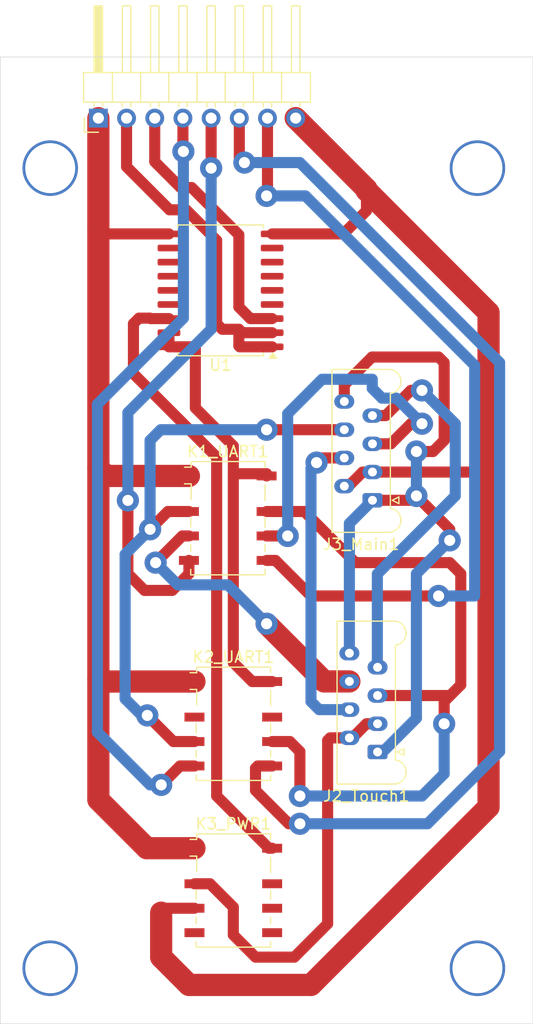
<source format=kicad_pcb>
(kicad_pcb (version 20240108) (generator "pcbnew") (generator_version "8.0")
  (layers (0 "F.Cu" signal) (31 "B.Cu" signal) (34 "B.Paste" user) (35 "F.Paste" user) (36 "B.SilkS" user "B.Silkscreen") (37 "F.SilkS" user "F.Silkscreen") (38 "B.Mask" user) (39 "F.Mask" user) (44 "Edge.Cuts" user))
  (net 0 "")
  (net 11 "Net-(U1-O1)")
  (net 12 "RELAIS_TX_RX")
  (net 13 "Net-(J2_Touch1-Pin_4)")
  (net 14 "Net-(J2_Touch1-Pin_7)")
  (net 19 "RELAIS_PWR_DISP")
  (net 20 "ttyAMA2_TX")
  (net 21 "VCC_RPi_5V")
  (net 22 "GND")
  (net 23 "ttyAMA2_RX")
  (net 24 "Net-(U1-O3)")
  (net 25 "GND_Touch")
  (net 27 "RX_Touch")
  (net 28 "VCC_Coffee_5V")
  (net 29 "TX_Touch")
  (net 31 "TX_Main")
  (net 32 "RX_Main")
  (net 33 "ttyAMA3_RX")
  (net 34 "ttyAMA3_TX")
  (footprint "Connector_Molex:Molex_Picoflex_90325-0008_2x04_P1.27mm_Vertical" (layer "F.Cu") (at 102.54 79.89 180)
    (property "Reference" "J3_Main1" (at 1.02 -3.96 0) (layer "F.SilkS"))
    (property "Value" "Conn_02x04_Top_Bottom")
    (fp_line (start 3.65 11.775) (end -1.48 11.775) (stroke (width 0.12)) (layer "F.SilkS"))
    (fp_line (start 3.65 -2.885) (end 3.65 11.775) (stroke (width 0.12)) (layer "F.SilkS"))
    (fp_line (start -1.48 -2.885) (end 3.65 -2.885) (stroke (width 0.12)) (layer "F.SilkS"))
    (fp_line (start -1.61 -0.715) (end -1.61 9.605) (stroke (width 0.12)) (layer "F.SilkS"))
    (fp_line (start -1.78 0) (end -2.38 -0.3) (stroke (width 0.12)) (layer "F.SilkS"))
    (fp_line (start -2.38 0.3) (end -1.78 0) (stroke (width 0.12)) (layer "F.SilkS"))
    (fp_line (start -2.38 -0.3) (end -2.38 0.3) (stroke (width 0.12)) (layer "F.SilkS"))
    (fp_arc (start -1.47 11.775) (mid -2.56 10.794526) (end -1.678256 9.62322) (stroke (width 0.12)) (layer "F.SilkS"))
    (fp_arc (start -1.61 -0.72) (mid -2.56 -1.93) (end -1.35 -2.88) (stroke (width 0.12)) (layer "F.SilkS"))
    (pad "" np_thru_hole circle (at -1.48 -1.8 180) (size 1.5 1.5) (drill 1.5) (layers "*.Cu" "*.Mask"))
    (pad "" np_thru_hole circle (at -1.48 10.69 180) (size 1.5 1.5) (drill 1.5) (layers "*.Cu" "*.Mask"))
    (pad "1" thru_hole roundrect (at 0 0 180) (size 1.8 1.3) (drill 0.8) (layers "*.Cu" "*.Mask") (roundrect_rratio 0.192308) (net 28 "VCC_Coffee_5V"))
    (pad "2" thru_hole oval (at 2.54 1.27 180) (size 1.8 1.3) (drill 0.8) (layers "*.Cu" "*.Mask") (net 22 "GND"))
    (pad "3" thru_hole oval (at 0 2.54 180) (size 1.8 1.3) (drill 0.8) (layers "*.Cu" "*.Mask") (net 22 "GND"))
    (pad "4" thru_hole oval (at 2.54 3.81 180) (size 1.8 1.3) (drill 0.8) (layers "*.Cu" "*.Mask") (net 13 "Net-(J2_Touch1-Pin_4)"))
    (pad "5" thru_hole oval (at 0 5.08 180) (size 1.8 1.3) (drill 0.8) (layers "*.Cu" "*.Mask") (net 31 "TX_Main"))
    (pad "6" thru_hole oval (at 2.54 6.35 180) (size 1.8 1.3) (drill 0.8) (layers "*.Cu" "*.Mask") (net 32 "RX_Main"))
    (pad "7" thru_hole oval (at 0 7.62 180) (size 1.8 1.3) (drill 0.8) (layers "*.Cu" "*.Mask") (net 14 "Net-(J2_Touch1-Pin_7)"))
    (pad "8" thru_hole oval (at 2.54 8.89 180) (size 1.8 1.3) (drill 0.8) (layers "*.Cu" "*.Mask") (net 28 "VCC_Coffee_5V"))
  )
  (footprint "Relay_SMD:Relay_DPDT_Omron_G6K-2F-Y" (layer "F.Cu") (at 90 115)
    (property "Reference" "K3_PWR1" (at 0 -6 0) (layer "F.SilkS"))
    (property "Value" "G6K-2")
    (fp_line (start -3.34 0.8) (end -3.34 0) (stroke (width 0.12)) (layer "F.SilkS"))
    (fp_line (start -3.34 3) (end -3.34 2.4) (stroke (width 0.12)) (layer "F.SilkS"))
    (fp_line (start -3.34 5.1) (end -3.34 4.6) (stroke (width 0.12)) (layer "F.SilkS"))
    (fp_line (start -3.3 -5.09) (end -3.3 -4.59) (stroke (width 0.12)) (layer "F.SilkS"))
    (fp_line (start -3.3 -5.09) (end 3.36 -5.1) (stroke (width 0.12)) (layer "F.SilkS"))
    (fp_line (start -3.3 -4.59) (end -3.9 -4.59) (stroke (width 0.12)) (layer "F.SilkS"))
    (fp_line (start -3.3 -3.09) (end -3.9 -3.09) (stroke (width 0.12)) (layer "F.SilkS"))
    (fp_line (start -3.3 -1.69) (end -3.3 -3.09) (stroke (width 0.12)) (layer "F.SilkS"))
    (fp_line (start 3.36 -5.1) (end 3.36 -4.6) (stroke (width 0.12)) (layer "F.SilkS"))
    (fp_line (start 3.36 -3) (end 3.36 -1.6) (stroke (width 0.12)) (layer "F.SilkS"))
    (fp_line (start 3.36 0) (end 3.36 0.8) (stroke (width 0.12)) (layer "F.SilkS"))
    (fp_line (start 3.36 2.4) (end 3.36 3) (stroke (width 0.12)) (layer "F.SilkS"))
    (fp_line (start 3.36 4.6) (end 3.36 5.1) (stroke (width 0.12)) (layer "F.SilkS"))
    (fp_line (start 3.36 5.1) (end -3.34 5.1) (stroke (width 0.12)) (layer "F.SilkS"))
    (pad "1" smd rect (at -3.5 -3.8) (size 1.8 0.8) (layers "F.Cu" "F.Paste" "F.Mask") (net 21 "VCC_RPi_5V"))
    (pad "2" smd rect (at -3.5 -0.6) (size 1.8 0.8) (layers "F.Cu" "F.Paste" "F.Mask") (net 25 "GND_Touch"))
    (pad "3" smd rect (at -3.5 1.6) (size 1.8 0.8) (layers "F.Cu" "F.Paste" "F.Mask") (net 22 "GND"))
    (pad "4" smd rect (at -3.5 3.8) (size 1.8 0.8) (layers "F.Cu" "F.Paste" "F.Mask"))
    (pad "5" smd rect (at 3.5 3.8) (size 1.8 0.8) (layers "F.Cu" "F.Paste" "F.Mask"))
    (pad "6" smd rect (at 3.5 1.6) (size 1.8 0.8) (layers "F.Cu" "F.Paste" "F.Mask"))
    (pad "7" smd rect (at 3.5 -0.6) (size 1.8 0.8) (layers "F.Cu" "F.Paste" "F.Mask"))
    (pad "8" smd rect (at 3.5 -3.8) (size 1.8 0.8) (layers "F.Cu" "F.Paste" "F.Mask") (net 24 "Net-(U1-O3)"))
  )
  (footprint "Package_SO:SOIC-18W_7.5x11.6mm_P1.27mm" (layer "F.Cu") (at 88.85 61 180)
    (property "Reference" "U1" (at 0 -6.72 0) (layer "F.SilkS"))
    (property "Value" "ULN2803A")
    (fp_line (start 3.86 5.885) (end 3.86 5.64) (stroke (width 0.12)) (layer "F.SilkS"))
    (fp_line (start 3.86 -5.885) (end 3.86 -5.64) (stroke (width 0.12)) (layer "F.SilkS"))
    (fp_line (start 0 5.885) (end 3.86 5.885) (stroke (width 0.12)) (layer "F.SilkS"))
    (fp_line (start 0 5.885) (end -3.86 5.885) (stroke (width 0.12)) (layer "F.SilkS"))
    (fp_line (start 0 -5.885) (end 3.86 -5.885) (stroke (width 0.12)) (layer "F.SilkS"))
    (fp_line (start 0 -5.885) (end -3.86 -5.885) (stroke (width 0.12)) (layer "F.SilkS"))
    (fp_line (start -3.86 5.885) (end -3.86 5.64) (stroke (width 0.12)) (layer "F.SilkS"))
    (fp_line (start -3.86 -5.885) (end -3.86 -5.64) (stroke (width 0.12)) (layer "F.SilkS"))
    (fp_poly (pts (xy -4.7125 -5.64) (xy -5.0525 -6.11) (xy -4.3725 -6.11) (xy -4.7125 -5.64)) (stroke (width 0.12)) (fill solid) (layer "F.SilkS"))
    (pad "1" smd roundrect (at -4.65 -5.08 180) (size 2.05 0.6) (layers "F.Cu" "F.Paste" "F.Mask") (net 12 "RELAIS_TX_RX"))
    (pad "2" smd roundrect (at -4.65 -3.81 180) (size 2.05 0.6) (layers "F.Cu" "F.Paste" "F.Mask") (net 12 "RELAIS_TX_RX"))
    (pad "3" smd roundrect (at -4.65 -2.54 180) (size 2.05 0.6) (layers "F.Cu" "F.Paste" "F.Mask") (net 19 "RELAIS_PWR_DISP"))
    (pad "4" smd roundrect (at -4.65 -1.27 180) (size 2.05 0.6) (layers "F.Cu" "F.Paste" "F.Mask"))
    (pad "5" smd roundrect (at -4.65 0 180) (size 2.05 0.6) (layers "F.Cu" "F.Paste" "F.Mask"))
    (pad "6" smd roundrect (at -4.65 1.27 180) (size 2.05 0.6) (layers "F.Cu" "F.Paste" "F.Mask"))
    (pad "7" smd roundrect (at -4.65 2.54 180) (size 2.05 0.6) (layers "F.Cu" "F.Paste" "F.Mask"))
    (pad "8" smd roundrect (at -4.65 3.81 180) (size 2.05 0.6) (layers "F.Cu" "F.Paste" "F.Mask"))
    (pad "9" smd roundrect (at -4.65 5.08 180) (size 2.05 0.6) (layers "F.Cu" "F.Paste" "F.Mask") (net 22 "GND"))
    (pad "10" smd roundrect (at 4.65 5.08 180) (size 2.05 0.6) (layers "F.Cu" "F.Paste" "F.Mask") (net 21 "VCC_RPi_5V"))
    (pad "11" smd roundrect (at 4.65 3.81 180) (size 2.05 0.6) (layers "F.Cu" "F.Paste" "F.Mask"))
    (pad "12" smd roundrect (at 4.65 2.54 180) (size 2.05 0.6) (layers "F.Cu" "F.Paste" "F.Mask"))
    (pad "13" smd roundrect (at 4.65 1.27 180) (size 2.05 0.6) (layers "F.Cu" "F.Paste" "F.Mask"))
    (pad "14" smd roundrect (at 4.65 0 180) (size 2.05 0.6) (layers "F.Cu" "F.Paste" "F.Mask"))
    (pad "15" smd roundrect (at 4.65 -1.27 180) (size 2.05 0.6) (layers "F.Cu" "F.Paste" "F.Mask"))
    (pad "16" smd roundrect (at 4.65 -2.54 180) (size 2.05 0.6) (layers "F.Cu" "F.Paste" "F.Mask") (net 24 "Net-(U1-O3)"))
    (pad "17" smd roundrect (at 4.65 -3.81 180) (size 2.05 0.6) (layers "F.Cu" "F.Paste" "F.Mask") (net 11 "Net-(U1-O1)"))
    (pad "18" smd roundrect (at 4.65 -5.08 180) (size 2.05 0.6) (layers "F.Cu" "F.Paste" "F.Mask") (net 11 "Net-(U1-O1)"))
  )
  (footprint "Connector_PinHeader_2.54mm:PinHeader_1x08_P2.54mm_Horizontal" (layer "F.Cu") (at 77.84 45.5 90)
    (property "Reference" "J1" (hide yes))
    (property "Value" "Conn_01x06_Pin")
    (fp_line (start 4.1 -1.33) (end 1.44 -1.33) (stroke (width 0.12)) (layer "F.SilkS"))
    (fp_line (start 1.44 -1.33) (end 1.44 19.11) (stroke (width 0.12)) (layer "F.SilkS"))
    (fp_line (start -1.27 -1.27) (end 0 -1.27) (stroke (width 0.12)) (layer "F.SilkS"))
    (fp_line (start 10.1 -0.38) (end 10.1 0.38) (stroke (width 0.12)) (layer "F.SilkS"))
    (fp_line (start 4.1 -0.38) (end 10.1 -0.38) (stroke (width 0.12)) (layer "F.SilkS"))
    (fp_line (start 1.11 -0.38) (end 1.44 -0.38) (stroke (width 0.12)) (layer "F.SilkS"))
    (fp_line (start 4.1 -0.32) (end 10.1 -0.32) (stroke (width 0.12)) (layer "F.SilkS"))
    (fp_line (start 4.1 -0.2) (end 10.1 -0.2) (stroke (width 0.12)) (layer "F.SilkS"))
    (fp_line (start 4.1 -0.08) (end 10.1 -0.08) (stroke (width 0.12)) (layer "F.SilkS"))
    (fp_line (start -1.27 0) (end -1.27 -1.27) (stroke (width 0.12)) (layer "F.SilkS"))
    (fp_line (start 4.1 0.04) (end 10.1 0.04) (stroke (width 0.12)) (layer "F.SilkS"))
    (fp_line (start 4.1 0.16) (end 10.1 0.16) (stroke (width 0.12)) (layer "F.SilkS"))
    (fp_line (start 4.1 0.28) (end 10.1 0.28) (stroke (width 0.12)) (layer "F.SilkS"))
    (fp_line (start 10.1 0.38) (end 4.1 0.38) (stroke (width 0.12)) (layer "F.SilkS"))
    (fp_line (start 1.11 0.38) (end 1.44 0.38) (stroke (width 0.12)) (layer "F.SilkS"))
    (fp_line (start 1.44 1.27) (end 4.1 1.27) (stroke (width 0.12)) (layer "F.SilkS"))
    (fp_line (start 10.1 2.16) (end 10.1 2.92) (stroke (width 0.12)) (layer "F.SilkS"))
    (fp_line (start 4.1 2.16) (end 10.1 2.16) (stroke (width 0.12)) (layer "F.SilkS"))
    (fp_line (start 1.042929 2.16) (end 1.44 2.16) (stroke (width 0.12)) (layer "F.SilkS"))
    (fp_line (start 10.1 2.92) (end 4.1 2.92) (stroke (width 0.12)) (layer "F.SilkS"))
    (fp_line (start 1.042929 2.92) (end 1.44 2.92) (stroke (width 0.12)) (layer "F.SilkS"))
    (fp_line (start 1.44 3.81) (end 4.1 3.81) (stroke (width 0.12)) (layer "F.SilkS"))
    (fp_line (start 10.1 4.7) (end 10.1 5.46) (stroke (width 0.12)) (layer "F.SilkS"))
    (fp_line (start 4.1 4.7) (end 10.1 4.7) (stroke (width 0.12)) (layer "F.SilkS"))
    (fp_line (start 1.042929 4.7) (end 1.44 4.7) (stroke (width 0.12)) (layer "F.SilkS"))
    (fp_line (start 10.1 5.46) (end 4.1 5.46) (stroke (width 0.12)) (layer "F.SilkS"))
    (fp_line (start 1.042929 5.46) (end 1.44 5.46) (stroke (width 0.12)) (layer "F.SilkS"))
    (fp_line (start 1.44 6.35) (end 4.1 6.35) (stroke (width 0.12)) (layer "F.SilkS"))
    (fp_line (start 10.1 7.24) (end 10.1 8) (stroke (width 0.12)) (layer "F.SilkS"))
    (fp_line (start 4.1 7.24) (end 10.1 7.24) (stroke (width 0.12)) (layer "F.SilkS"))
    (fp_line (start 1.042929 7.24) (end 1.44 7.24) (stroke (width 0.12)) (layer "F.SilkS"))
    (fp_line (start 10.1 8) (end 4.1 8) (stroke (width 0.12)) (layer "F.SilkS"))
    (fp_line (start 1.042929 8) (end 1.44 8) (stroke (width 0.12)) (layer "F.SilkS"))
    (fp_line (start 1.44 8.89) (end 4.1 8.89) (stroke (width 0.12)) (layer "F.SilkS"))
    (fp_line (start 10.1 9.78) (end 10.1 10.54) (stroke (width 0.12)) (layer "F.SilkS"))
    (fp_line (start 4.1 9.78) (end 10.1 9.78) (stroke (width 0.12)) (layer "F.SilkS"))
    (fp_line (start 1.042929 9.78) (end 1.44 9.78) (stroke (width 0.12)) (layer "F.SilkS"))
    (fp_line (start 10.1 10.54) (end 4.1 10.54) (stroke (width 0.12)) (layer "F.SilkS"))
    (fp_line (start 1.042929 10.54) (end 1.44 10.54) (stroke (width 0.12)) (layer "F.SilkS"))
    (fp_line (start 1.44 11.43) (end 4.1 11.43) (stroke (width 0.12)) (layer "F.SilkS"))
    (fp_line (start 10.1 12.32) (end 10.1 13.08) (stroke (width 0.12)) (layer "F.SilkS"))
    (fp_line (start 4.1 12.32) (end 10.1 12.32) (stroke (width 0.12)) (layer "F.SilkS"))
    (fp_line (start 1.042929 12.32) (end 1.44 12.32) (stroke (width 0.12)) (layer "F.SilkS"))
    (fp_line (start 10.1 13.08) (end 4.1 13.08) (stroke (width 0.12)) (layer "F.SilkS"))
    (fp_line (start 1.042929 13.08) (end 1.44 13.08) (stroke (width 0.12)) (layer "F.SilkS"))
    (fp_line (start 1.44 13.97) (end 4.1 13.97) (stroke (width 0.12)) (layer "F.SilkS"))
    (fp_line (start 10.1 14.86) (end 10.1 15.62) (stroke (width 0.12)) (layer "F.SilkS"))
    (fp_line (start 4.1 14.86) (end 10.1 14.86) (stroke (width 0.12)) (layer "F.SilkS"))
    (fp_line (start 1.042929 14.86) (end 1.44 14.86) (stroke (width 0.12)) (layer "F.SilkS"))
    (fp_line (start 10.1 15.62) (end 4.1 15.62) (stroke (width 0.12)) (layer "F.SilkS"))
    (fp_line (start 1.042929 15.62) (end 1.44 15.62) (stroke (width 0.12)) (layer "F.SilkS"))
    (fp_line (start 1.44 16.51) (end 4.1 16.51) (stroke (width 0.12)) (layer "F.SilkS"))
    (fp_line (start 10.1 17.4) (end 10.1 18.16) (stroke (width 0.12)) (layer "F.SilkS"))
    (fp_line (start 4.1 17.4) (end 10.1 17.4) (stroke (width 0.12)) (layer "F.SilkS"))
    (fp_line (start 1.042929 17.4) (end 1.44 17.4) (stroke (width 0.12)) (layer "F.SilkS"))
    (fp_line (start 10.1 18.16) (end 4.1 18.16) (stroke (width 0.12)) (layer "F.SilkS"))
    (fp_line (start 1.042929 18.16) (end 1.44 18.16) (stroke (width 0.12)) (layer "F.SilkS"))
    (fp_line (start 4.1 19.11) (end 4.1 -1.33) (stroke (width 0.12)) (layer "F.SilkS"))
    (fp_line (start 1.44 19.11) (end 4.1 19.11) (stroke (width 0.12)) (layer "F.SilkS"))
    (pad "1" thru_hole rect (at 0 0 90) (size 1.7 1.7) (drill 1) (layers "*.Cu" "*.Mask") (net 21 "VCC_RPi_5V"))
    (pad "2" thru_hole oval (at 0 2.54 90) (size 1.7 1.7) (drill 1) (layers "*.Cu" "*.Mask") (net 12 "RELAIS_TX_RX"))
    (pad "3" thru_hole oval (at 0 5.08 90) (size 1.7 1.7) (drill 1) (layers "*.Cu" "*.Mask") (net 19 "RELAIS_PWR_DISP"))
    (pad "4" thru_hole oval (at 0 7.62 90) (size 1.7 1.7) (drill 1) (layers "*.Cu" "*.Mask") (net 20 "ttyAMA2_TX"))
    (pad "5" thru_hole oval (at 0 10.16 90) (size 1.7 1.7) (drill 1) (layers "*.Cu" "*.Mask") (net 23 "ttyAMA2_RX"))
    (pad "6" thru_hole oval (at 0 12.7 90) (size 1.7 1.7) (drill 1) (layers "*.Cu" "*.Mask") (net 34 "ttyAMA3_TX"))
    (pad "7" thru_hole oval (at 0 15.24 90) (size 1.7 1.7) (drill 1) (layers "*.Cu" "*.Mask") (net 33 "ttyAMA3_RX"))
    (pad "8" thru_hole oval (at 0 17.78 90) (size 1.7 1.7) (drill 1) (layers "*.Cu" "*.Mask") (net 22 "GND"))
  )
  (footprint "Relay_SMD:Relay_DPDT_Omron_G6K-2F-Y" (layer "F.Cu") (at 90 100)
    (property "Reference" "K2_UART1" (at 0 -6 0) (layer "F.SilkS"))
    (property "Value" "G6K-2")
    (fp_line (start -3.34 0.8) (end -3.34 0) (stroke (width 0.12)) (layer "F.SilkS"))
    (fp_line (start -3.34 3) (end -3.34 2.4) (stroke (width 0.12)) (layer "F.SilkS"))
    (fp_line (start -3.34 5.1) (end -3.34 4.6) (stroke (width 0.12)) (layer "F.SilkS"))
    (fp_line (start -3.3 -5.09) (end -3.3 -4.59) (stroke (width 0.12)) (layer "F.SilkS"))
    (fp_line (start -3.3 -5.09) (end 3.36 -5.1) (stroke (width 0.12)) (layer "F.SilkS"))
    (fp_line (start -3.3 -4.59) (end -3.9 -4.59) (stroke (width 0.12)) (layer "F.SilkS"))
    (fp_line (start -3.3 -3.09) (end -3.9 -3.09) (stroke (width 0.12)) (layer "F.SilkS"))
    (fp_line (start -3.3 -1.69) (end -3.3 -3.09) (stroke (width 0.12)) (layer "F.SilkS"))
    (fp_line (start 3.36 -5.1) (end 3.36 -4.6) (stroke (width 0.12)) (layer "F.SilkS"))
    (fp_line (start 3.36 -3) (end 3.36 -1.6) (stroke (width 0.12)) (layer "F.SilkS"))
    (fp_line (start 3.36 0) (end 3.36 0.8) (stroke (width 0.12)) (layer "F.SilkS"))
    (fp_line (start 3.36 2.4) (end 3.36 3) (stroke (width 0.12)) (layer "F.SilkS"))
    (fp_line (start 3.36 4.6) (end 3.36 5.1) (stroke (width 0.12)) (layer "F.SilkS"))
    (fp_line (start 3.36 5.1) (end -3.34 5.1) (stroke (width 0.12)) (layer "F.SilkS"))
    (pad "1" smd rect (at -3.5 -3.8) (size 1.8 0.8) (layers "F.Cu" "F.Paste" "F.Mask") (net 21 "VCC_RPi_5V"))
    (pad "2" smd rect (at -3.5 -0.6) (size 1.8 0.8) (layers "F.Cu" "F.Paste" "F.Mask"))
    (pad "3" smd rect (at -3.5 1.6) (size 1.8 0.8) (layers "F.Cu" "F.Paste" "F.Mask") (net 32 "RX_Main"))
    (pad "4" smd rect (at -3.5 3.8) (size 1.8 0.8) (layers "F.Cu" "F.Paste" "F.Mask") (net 20 "ttyAMA2_TX"))
    (pad "5" smd rect (at 3.5 3.8) (size 1.8 0.8) (layers "F.Cu" "F.Paste" "F.Mask") (net 34 "ttyAMA3_TX"))
    (pad "6" smd rect (at 3.5 1.6) (size 1.8 0.8) (layers "F.Cu" "F.Paste" "F.Mask") (net 27 "RX_Touch"))
    (pad "7" smd rect (at 3.5 -0.6) (size 1.8 0.8) (layers "F.Cu" "F.Paste" "F.Mask"))
    (pad "8" smd rect (at 3.5 -3.8) (size 1.8 0.8) (layers "F.Cu" "F.Paste" "F.Mask") (net 11 "Net-(U1-O1)"))
  )
  (footprint "Relay_SMD:Relay_DPDT_Omron_G6K-2F-Y" (layer "F.Cu") (at 89.5 81.5)
    (property "Reference" "K1_UART1" (at 0 -6 0) (layer "F.SilkS"))
    (property "Value" "G6K-2")
    (fp_line (start -3.34 0.8) (end -3.34 0) (stroke (width 0.12)) (layer "F.SilkS"))
    (fp_line (start -3.34 3) (end -3.34 2.4) (stroke (width 0.12)) (layer "F.SilkS"))
    (fp_line (start -3.34 5.1) (end -3.34 4.6) (stroke (width 0.12)) (layer "F.SilkS"))
    (fp_line (start -3.3 -5.09) (end -3.3 -4.59) (stroke (width 0.12)) (layer "F.SilkS"))
    (fp_line (start -3.3 -5.09) (end 3.36 -5.1) (stroke (width 0.12)) (layer "F.SilkS"))
    (fp_line (start -3.3 -4.59) (end -3.9 -4.59) (stroke (width 0.12)) (layer "F.SilkS"))
    (fp_line (start -3.3 -3.09) (end -3.9 -3.09) (stroke (width 0.12)) (layer "F.SilkS"))
    (fp_line (start -3.3 -1.69) (end -3.3 -3.09) (stroke (width 0.12)) (layer "F.SilkS"))
    (fp_line (start 3.36 -5.1) (end 3.36 -4.6) (stroke (width 0.12)) (layer "F.SilkS"))
    (fp_line (start 3.36 -3) (end 3.36 -1.6) (stroke (width 0.12)) (layer "F.SilkS"))
    (fp_line (start 3.36 0) (end 3.36 0.8) (stroke (width 0.12)) (layer "F.SilkS"))
    (fp_line (start 3.36 2.4) (end 3.36 3) (stroke (width 0.12)) (layer "F.SilkS"))
    (fp_line (start 3.36 4.6) (end 3.36 5.1) (stroke (width 0.12)) (layer "F.SilkS"))
    (fp_line (start 3.36 5.1) (end -3.34 5.1) (stroke (width 0.12)) (layer "F.SilkS"))
    (pad "1" smd rect (at -3.5 -3.8) (size 1.8 0.8) (layers "F.Cu" "F.Paste" "F.Mask") (net 21 "VCC_RPi_5V"))
    (pad "2" smd rect (at -3.5 -0.6) (size 1.8 0.8) (layers "F.Cu" "F.Paste" "F.Mask") (net 32 "RX_Main"))
    (pad "3" smd rect (at -3.5 1.6) (size 1.8 0.8) (layers "F.Cu" "F.Paste" "F.Mask") (net 29 "TX_Touch"))
    (pad "4" smd rect (at -3.5 3.8) (size 1.8 0.8) (layers "F.Cu" "F.Paste" "F.Mask") (net 23 "ttyAMA2_RX"))
    (pad "5" smd rect (at 3.5 3.8) (size 1.8 0.8) (layers "F.Cu" "F.Paste" "F.Mask") (net 33 "ttyAMA3_RX"))
    (pad "6" smd rect (at 3.5 1.6) (size 1.8 0.8) (layers "F.Cu" "F.Paste" "F.Mask") (net 31 "TX_Main"))
    (pad "7" smd rect (at 3.5 -0.6) (size 1.8 0.8) (layers "F.Cu" "F.Paste" "F.Mask") (net 27 "RX_Touch"))
    (pad "8" smd rect (at 3.5 -3.8) (size 1.8 0.8) (layers "F.Cu" "F.Paste" "F.Mask") (net 11 "Net-(U1-O1)"))
  )
  (footprint "Connector_Molex:Molex_Picoflex_90325-0008_2x04_P1.27mm_Vertical" (layer "F.Cu") (at 103 102.54 180)
    (property "Reference" "J2_Touch1" (at 1.02 -3.96 0) (layer "F.SilkS"))
    (property "Value" "Conn_02x04_Top_Bottom")
    (fp_line (start 3.65 11.775) (end -1.48 11.775) (stroke (width 0.12)) (layer "F.SilkS"))
    (fp_line (start 3.65 -2.885) (end 3.65 11.775) (stroke (width 0.12)) (layer "F.SilkS"))
    (fp_line (start -1.48 -2.885) (end 3.65 -2.885) (stroke (width 0.12)) (layer "F.SilkS"))
    (fp_line (start -1.61 -0.715) (end -1.61 9.605) (stroke (width 0.12)) (layer "F.SilkS"))
    (fp_line (start -1.78 0) (end -2.38 -0.3) (stroke (width 0.12)) (layer "F.SilkS"))
    (fp_line (start -2.38 0.3) (end -1.78 0) (stroke (width 0.12)) (layer "F.SilkS"))
    (fp_line (start -2.38 -0.3) (end -2.38 0.3) (stroke (width 0.12)) (layer "F.SilkS"))
    (fp_arc (start -1.47 11.775) (mid -2.56 10.794526) (end -1.678256 9.62322) (stroke (width 0.12)) (layer "F.SilkS"))
    (fp_arc (start -1.61 -0.72) (mid -2.56 -1.93) (end -1.35 -2.88) (stroke (width 0.12)) (layer "F.SilkS"))
    (pad "" np_thru_hole circle (at -1.48 -1.8 180) (size 1.5 1.5) (drill 1.5) (layers "*.Cu" "*.Mask"))
    (pad "" np_thru_hole circle (at -1.48 10.69 180) (size 1.5 1.5) (drill 1.5) (layers "*.Cu" "*.Mask"))
    (pad "1" thru_hole roundrect (at 0 0 180) (size 1.8 1.3) (drill 0.8) (layers "*.Cu" "*.Mask") (roundrect_rratio 0.192308) (net 28 "VCC_Coffee_5V"))
    (pad "2" thru_hole oval (at 2.54 1.27 180) (size 1.8 1.3) (drill 0.8) (layers "*.Cu" "*.Mask") (net 25 "GND_Touch"))
    (pad "3" thru_hole oval (at 0 2.54 180) (size 1.8 1.3) (drill 0.8) (layers "*.Cu" "*.Mask") (net 25 "GND_Touch"))
    (pad "4" thru_hole oval (at 2.54 3.81 180) (size 1.8 1.3) (drill 0.8) (layers "*.Cu" "*.Mask") (net 13 "Net-(J2_Touch1-Pin_4)"))
    (pad "5" thru_hole oval (at 0 5.08 180) (size 1.8 1.3) (drill 0.8) (layers "*.Cu" "*.Mask") (net 27 "RX_Touch"))
    (pad "6" thru_hole oval (at 2.54 6.35 180) (size 1.8 1.3) (drill 0.8) (layers "*.Cu" "*.Mask") (net 29 "TX_Touch"))
    (pad "7" thru_hole oval (at 0 7.62 180) (size 1.8 1.3) (drill 0.8) (layers "*.Cu" "*.Mask") (net 14 "Net-(J2_Touch1-Pin_7)"))
    (pad "8" thru_hole oval (at 2.54 8.89 180) (size 1.8 1.3) (drill 0.8) (layers "*.Cu" "*.Mask") (net 28 "VCC_Coffee_5V"))
  )
  (gr_rect (start 69 40) (end 117 127) (stroke (width 0.05)) (fill none) (layer "Edge.Cuts"))
  (via (at 73.5 50) (size 5) (drill 4.5) (layers "F.Cu" "B.Cu") (net 0))
  (via (at 112 50) (size 5) (drill 4.5) (layers "F.Cu" "B.Cu") (net 0))
  (via (at 73.5 122) (size 5) (drill 4.5) (layers "F.Cu" "B.Cu") (net 0))
  (via (at 112 122) (size 5) (drill 4.5) (layers "F.Cu" "B.Cu") (net 0))
  (segment (start 90 94.5) (end 91.7 96.2) (width 1) (layer "F.Cu") (net 11))
  (segment (start 84.2 64.81) (end 84.2 66.08) (width 1) (layer "F.Cu") (net 11))
  (segment (start 86.58 71.58) (end 90 75) (width 1) (layer "F.Cu") (net 11))
  (segment (start 93 77.5) (end 90 77.5) (width 1) (layer "F.Cu") (net 11))
  (segment (start 93 77.7) (end 93 77.5) (width 1) (layer "F.Cu") (net 11))
  (segment (start 91.7 96.2) (end 93.5 96.2) (width 1) (layer "F.Cu") (net 11))
  (segment (start 90 77.5) (end 90 94.5) (width 1) (layer "F.Cu") (net 11))
  (segment (start 84.2 66.08) (end 86.58 66.08) (width 1) (layer "F.Cu") (net 11))
  (segment (start 86.58 66.08) (end 86.58 71.58) (width 1) (layer "F.Cu") (net 11))
  (segment (start 90 75) (end 90 77.5) (width 1) (layer "F.Cu") (net 11))
  (segment (start 88.5 56.5) (end 88.5 64) (width 1) (layer "F.Cu") (net 12))
  (segment (start 85.75 53.75) (end 88.5 56.5) (width 1) (layer "F.Cu") (net 12))
  (segment (start 90.58 66.08) (end 90.5 66) (width 1) (layer "F.Cu") (net 12))
  (segment (start 84.25 53.75) (end 85.75 53.75) (width 1) (layer "F.Cu") (net 12))
  (segment (start 80.38 45.5) (end 80.38 49.88) (width 1) (layer "F.Cu") (net 12))
  (segment (start 80.38 49.88) (end 84.25 53.75) (width 1) (layer "F.Cu") (net 12))
  (segment (start 90.81 64.81) (end 90.5 64.5) (width 1) (layer "F.Cu") (net 12))
  (segment (start 89 64.5) (end 90.5 64.5) (width 1) (layer "F.Cu") (net 12))
  (segment (start 93.5 66.08) (end 90.58 66.08) (width 1) (layer "F.Cu") (net 12))
  (segment (start 93.5 64.81) (end 90.81 64.81) (width 1) (layer "F.Cu") (net 12))
  (segment (start 88.5 64) (end 89 64.5) (width 1) (layer "F.Cu") (net 12))
  (segment (start 90.5 66) (end 90.5 64.5) (width 1) (layer "F.Cu") (net 12))
  (segment (start 97.92 76.08) (end 97.5 76.5) (width 1) (layer "F.Cu") (net 13))
  (segment (start 100 76.08) (end 97.92 76.08) (width 1) (layer "F.Cu") (net 13))
  (via (at 97.5 76.5) (size 2) (drill 1) (layers "F.Cu" "B.Cu") (net 13))
  (segment (start 97.73 98.73) (end 97 98) (width 1) (layer "B.Cu") (net 13))
  (segment (start 97 98) (end 97 77) (width 1) (layer "B.Cu") (net 13))
  (segment (start 97 77) (end 97.5 76.5) (width 1) (layer "B.Cu") (net 13))
  (segment (start 100.46 98.73) (end 97.73 98.73) (width 1) (layer "B.Cu") (net 13))
  (segment (start 103.73 72.27) (end 106 70) (width 1) (layer "F.Cu") (net 14))
  (segment (start 106 70) (end 107 70) (width 1) (layer "F.Cu") (net 14))
  (segment (start 102.54 72.27) (end 103.73 72.27) (width 1) (layer "F.Cu") (net 14))
  (via (at 107 70) (size 2) (drill 1) (layers "F.Cu" "B.Cu") (net 14))
  (segment (start 110 79.5) (end 110 73) (width 1) (layer "B.Cu") (net 14))
  (segment (start 110 73) (end 107 70) (width 1) (layer "B.Cu") (net 14))
  (segment (start 103 94.92) (end 102.98 94.9) (width 1) (layer "B.Cu") (net 14))
  (segment (start 102.98 94.9) (end 102.98 86.52) (width 1) (layer "B.Cu") (net 14))
  (segment (start 102.98 86.52) (end 110 79.5) (width 1) (layer "B.Cu") (net 14))
  (segment (start 82.92 45.5) (end 82.92 49.42) (width 1) (layer "F.Cu") (net 19))
  (segment (start 90.5 56) (end 90.5 62.5) (width 1) (layer "F.Cu") (net 19))
  (segment (start 82.92 49.42) (end 85.25 51.75) (width 1) (layer "F.Cu") (net 19))
  (segment (start 90.5 62.5) (end 91.54 63.54) (width 1) (layer "F.Cu") (net 19))
  (segment (start 86.25 51.75) (end 90.5 56) (width 1) (layer "F.Cu") (net 19))
  (segment (start 85.25 51.75) (end 86.25 51.75) (width 1) (layer "F.Cu") (net 19))
  (segment (start 91.54 63.54) (end 93.5 63.54) (width 1) (layer "F.Cu") (net 19))
  (segment (start 85.46 48.46) (end 85.5 48.5) (width 1) (layer "F.Cu") (net 20))
  (segment (start 86.5 103.8) (end 85.2 103.8) (width 1) (layer "F.Cu") (net 20))
  (segment (start 85.46 45.5) (end 85.46 48.46) (width 1) (layer "F.Cu") (net 20))
  (segment (start 85.2 103.8) (end 83.5 105.5) (width 1) (layer "F.Cu") (net 20))
  (via (at 83.5 105.5) (size 2) (drill 1) (layers "F.Cu" "B.Cu") (net 20))
  (via (at 85.5 48.5) (size 2) (drill 1) (layers "F.Cu" "B.Cu") (net 20))
  (segment (start 77.75 71.25) (end 85.5 63.5) (width 1) (layer "B.Cu") (net 20))
  (segment (start 77.75 100.75) (end 77.75 71.25) (width 1) (layer "B.Cu") (net 20))
  (segment (start 85.5 63.5) (end 85.5 48.5) (width 1) (layer "B.Cu") (net 20))
  (segment (start 83.5 105.5) (end 82.5 105.5) (width 1) (layer "B.Cu") (net 20))
  (segment (start 82.5 105.5) (end 77.75 100.75) (width 1) (layer "B.Cu") (net 20))
  (segment (start 77.84 106.84) (end 77.84 96) (width 2) (layer "F.Cu") (net 21))
  (segment (start 78.04 96.2) (end 77.84 96) (width 2) (layer "F.Cu") (net 21))
  (segment (start 86.5 111.2) (end 82.2 111.2) (width 2) (layer "F.Cu") (net 21))
  (segment (start 84.2 55.92) (end 78.26 55.92) (width 1) (layer "F.Cu") (net 21))
  (segment (start 77.84 96) (end 77.84 77) (width 2) (layer "F.Cu") (net 21))
  (segment (start 77.84 55.5) (end 77.84 45.5) (width 2) (layer "F.Cu") (net 21))
  (segment (start 78.26 55.92) (end 77.84 55.5) (width 1) (layer "F.Cu") (net 21))
  (segment (start 82.2 111.2) (end 77.84 106.84) (width 2) (layer "F.Cu") (net 21))
  (segment (start 77.84 77) (end 77.84 55.5) (width 2) (layer "F.Cu") (net 21))
  (segment (start 86 77.7) (end 78.54 77.7) (width 2) (layer "F.Cu") (net 21))
  (segment (start 78.54 77.7) (end 77.84 77) (width 2) (layer "F.Cu") (net 21))
  (segment (start 86.5 96.2) (end 78.04 96.2) (width 2) (layer "F.Cu") (net 21))
  (segment (start 102 51.88) (end 102 52) (width 2) (layer "F.Cu") (net 22))
  (segment (start 113 63) (end 113 77) (width 2) (layer "F.Cu") (net 22))
  (segment (start 102 51.88) (end 95.62 45.5) (width 2) (layer "F.Cu") (net 22))
  (segment (start 83.9 116.6) (end 83.5 117) (width 1) (layer "F.Cu") (net 22))
  (segment (start 112.65 77.35) (end 113 77) (width 1) (layer "F.Cu") (net 22))
  (segment (start 99.92 55.92) (end 93.5 55.92) (width 1) (layer "F.Cu") (net 22))
  (segment (start 83.5 121) (end 83.5 117) (width 2) (layer "F.Cu") (net 22))
  (segment (start 86 123.5) (end 83.5 121) (width 2) (layer "F.Cu") (net 22))
  (segment (start 100.38 78.62) (end 101.65 77.35) (width 1) (layer "F.Cu") (net 22))
  (segment (start 102.54 77.35) (end 112.65 77.35) (width 1) (layer "F.Cu") (net 22))
  (segment (start 101.65 77.35) (end 102.54 77.35) (width 1) (layer "F.Cu") (net 22))
  (segment (start 99.92 55.92) (end 102 53.84) (width 1) (layer "F.Cu") (net 22))
  (segment (start 102 53.84) (end 102 51.88) (width 1) (layer "F.Cu") (net 22))
  (segment (start 100 78.62) (end 100.38 78.62) (width 1) (layer "F.Cu") (net 22))
  (segment (start 102 52) (end 113 63) (width 2) (layer "F.Cu") (net 22))
  (segment (start 113 77) (end 113 107.5) (width 2) (layer "F.Cu") (net 22))
  (segment (start 86.5 116.6) (end 83.9 116.6) (width 1) (layer "F.Cu") (net 22))
  (segment (start 97 123.5) (end 86 123.5) (width 2) (layer "F.Cu") (net 22))
  (segment (start 113 107.5) (end 97 123.5) (width 2) (layer "F.Cu") (net 22))
  (segment (start 86 85.3) (end 86 86.5) (width 1) (layer "F.Cu") (net 23))
  (segment (start 88 45.5) (end 88 50) (width 1) (layer "F.Cu") (net 23))
  (segment (start 82 88) (end 80.5 86.5) (width 1) (layer "F.Cu") (net 23))
  (segment (start 86 86.5) (end 84.5 88) (width 1) (layer "F.Cu") (net 23))
  (segment (start 80.5 86.5) (end 80.5 79.9) (width 1) (layer "F.Cu") (net 23))
  (segment (start 84.5 88) (end 82 88) (width 1) (layer "F.Cu") (net 23))
  (via (at 88 50) (size 2) (drill 1) (layers "F.Cu" "B.Cu") (net 23))
  (via (at 80.5 79.9) (size 2) (drill 1) (layers "F.Cu" "B.Cu") (net 23))
  (segment (start 80.5 79.9) (end 80.5 72) (width 1) (layer "B.Cu") (net 23))
  (segment (start 88 64.5) (end 88 50) (width 1) (layer "B.Cu") (net 23))
  (segment (start 80.5 72) (end 88 64.5) (width 1) (layer "B.Cu") (net 23))
  (segment (start 82.54 63.54) (end 84.2 63.54) (width 1) (layer "F.Cu") (net 24))
  (segment (start 93.2 111.2) (end 88.5 106.5) (width 1) (layer "F.Cu") (net 24))
  (segment (start 93.5 111.2) (end 93.2 111.2) (width 1) (layer "F.Cu") (net 24))
  (segment (start 82.5 63.5) (end 82.54 63.54) (width 1) (layer "F.Cu") (net 24))
  (segment (start 81 68.5) (end 81 64) (width 1) (layer "F.Cu") (net 24))
  (segment (start 81 64) (end 81.5 63.5) (width 1) (layer "F.Cu") (net 24))
  (segment (start 88.5 106.5) (end 88.5 76) (width 1) (layer "F.Cu") (net 24))
  (segment (start 88.5 76) (end 81 68.5) (width 1) (layer "F.Cu") (net 24))
  (segment (start 81.5 63.5) (end 82.5 63.5) (width 1) (layer "F.Cu") (net 24))
  (segment (start 90 119) (end 92 121) (width 1) (layer "F.Cu") (net 25))
  (segment (start 87.9 114.4) (end 90 116.5) (width 1) (layer "F.Cu") (net 25))
  (segment (start 98.5 101.5) (end 98.73 101.27) (width 1) (layer "F.Cu") (net 25))
  (segment (start 92 121) (end 95.5 121) (width 1) (layer "F.Cu") (net 25))
  (segment (start 100.73 101.27) (end 102 100) (width 1) (layer "F.Cu") (net 25))
  (segment (start 98.73 101.27) (end 100.73 101.27) (width 1) (layer "F.Cu") (net 25))
  (segment (start 102 100) (end 103 100) (width 1) (layer "F.Cu") (net 25))
  (segment (start 95.5 121) (end 98.5 118) (width 1) (layer "F.Cu") (net 25))
  (segment (start 86.5 114.4) (end 87.9 114.4) (width 1) (layer "F.Cu") (net 25))
  (segment (start 98.5 118) (end 98.5 101.5) (width 1) (layer "F.Cu") (net 25))
  (segment (start 90 116.5) (end 90 119) (width 1) (layer "F.Cu") (net 25))
  (segment (start 98.73 101.27) (end 100.46 101.27) (width 1) (layer "F.Cu") (net 25))
  (segment (start 96 102.5) (end 96 106.5) (width 1) (layer "F.Cu") (net 27))
  (segment (start 93 80.9) (end 96.4 80.9) (width 1) (layer "F.Cu") (net 27))
  (segment (start 95.1 101.6) (end 96 102.5) (width 1) (layer "F.Cu") (net 27))
  (segment (start 110.5 86.5) (end 110.5 96.5) (width 1) (layer "F.Cu") (net 27))
  (segment (start 109 100) (end 109 98) (width 1) (layer "F.Cu") (net 27))
  (segment (start 109.5 85.5) (end 110.5 86.5) (width 1) (layer "F.Cu") (net 27))
  (segment (start 96.4 80.9) (end 101 85.5) (width 1) (layer "F.Cu") (net 27))
  (segment (start 93.5 101.6) (end 95.1 101.6) (width 1) (layer "F.Cu") (net 27))
  (segment (start 109 98) (end 109.54 97.46) (width 1) (layer "F.Cu") (net 27))
  (segment (start 109.54 97.46) (end 103 97.46) (width 1) (layer "F.Cu") (net 27))
  (segment (start 110.5 96.5) (end 109.54 97.46) (width 1) (layer "F.Cu") (net 27))
  (segment (start 101 85.5) (end 109.5 85.5) (width 1) (layer "F.Cu") (net 27))
  (via (at 96 106.5) (size 2) (drill 1) (layers "F.Cu" "B.Cu") (net 27))
  (via (at 109 100) (size 2) (drill 1) (layers "F.Cu" "B.Cu") (net 27))
  (segment (start 107 106.5) (end 109 104.5) (width 1) (layer "B.Cu") (net 27))
  (segment (start 96 106.5) (end 107 106.5) (width 1) (layer "B.Cu") (net 27))
  (segment (start 109 104.5) (end 109 100) (width 1) (layer "B.Cu") (net 27))
  (segment (start 100 71) (end 100 69.5) (width 1) (layer "F.Cu") (net 28))
  (segment (start 108 75.5) (end 106.5 75.5) (width 1) (layer "F.Cu") (net 28))
  (segment (start 108.5 67) (end 109 67.5) (width 1) (layer "F.Cu") (net 28))
  (segment (start 102.5 67) (end 108.5 67) (width 1) (layer "F.Cu") (net 28))
  (segment (start 100 69.5) (end 102.5 67) (width 1) (layer "F.Cu") (net 28))
  (segment (start 109.5 83.5) (end 109.5 82.5) (width 1) (layer "F.Cu") (net 28))
  (segment (start 106.11 79.89) (end 106.5 79.5) (width 1) (layer "F.Cu") (net 28))
  (segment (start 109 67.5) (end 109 74.5) (width 1) (layer "F.Cu") (net 28))
  (segment (start 102.54 79.89) (end 106.11 79.89) (width 1) (layer "F.Cu") (net 28))
  (segment (start 109 74.5) (end 108 75.5) (width 1) (layer "F.Cu") (net 28))
  (segment (start 109.5 82.5) (end 106.5 79.5) (width 1) (layer "F.Cu") (net 28))
  (via (at 106.5 75.5) (size 2) (drill 1) (layers "F.Cu" "B.Cu") (net 28))
  (via (at 109.5 83.5) (size 2) (drill 1) (layers "F.Cu" "B.Cu") (net 28))
  (via (at 106.5 79.5) (size 2) (drill 1) (layers "F.Cu" "B.Cu") (net 28))
  (segment (start 106.5 79.5) (end 106.5 75.5) (width 1) (layer "B.Cu") (net 28))
  (segment (start 103.46 102.54) (end 103 102.54) (width 1) (layer "B.Cu") (net 28))
  (segment (start 106.5 86.5) (end 106.5 99.5) (width 1) (layer "B.Cu") (net 28))
  (segment (start 106.5 99.5) (end 103.46 102.54) (width 1) (layer "B.Cu") (net 28))
  (segment (start 100.46 81.97) (end 102.54 79.89) (width 1) (layer "B.Cu") (net 28))
  (segment (start 100.46 93.65) (end 100.46 81.97) (width 1) (layer "B.Cu") (net 28))
  (segment (start 109.5 83.5) (end 106.5 86.5) (width 1) (layer "B.Cu") (net 28))
  (segment (start 100.46 96.19) (end 98.19 96.19) (width 2) (layer "F.Cu") (net 29))
  (segment (start 85.4 83.1) (end 86 83.1) (width 1) (layer "F.Cu") (net 29))
  (segment (start 98.19 96.19) (end 93 91) (width 2) (layer "F.Cu") (net 29))
  (segment (start 83 85.5) (end 85.4 83.1) (width 1) (layer "F.Cu") (net 29))
  (via (at 83 85.5) (size 2) (drill 1) (layers "F.Cu" "B.Cu") (net 29))
  (via (at 93 91) (size 2) (drill 1) (layers "F.Cu" "B.Cu") (net 29))
  (segment (start 89.5 87.5) (end 93 91) (width 1) (layer "B.Cu") (net 29))
  (segment (start 83 85.5) (end 85 87.5) (width 1) (layer "B.Cu") (net 29))
  (segment (start 85 87.5) (end 89.5 87.5) (width 1) (layer "B.Cu") (net 29))
  (segment (start 102.54 74.81) (end 104.19 74.81) (width 1) (layer "F.Cu") (net 31))
  (segment (start 106 73) (end 107 73) (width 1) (layer "F.Cu") (net 31))
  (segment (start 104.19 74.81) (end 106 73) (width 1) (layer "F.Cu") (net 31))
  (segment (start 93 83.1) (end 94.9 83.1) (width 1) (layer "F.Cu") (net 31))
  (via (at 94.9 83.1) (size 2) (drill 1) (layers "F.Cu" "B.Cu") (net 31))
  (via (at 107 73) (size 2) (drill 1) (layers "F.Cu" "B.Cu") (net 31))
  (segment (start 104.7 70.7) (end 107 73) (width 1) (layer "B.Cu") (net 31))
  (segment (start 94.9 72.1) (end 98 69) (width 1) (layer "B.Cu") (net 31))
  (segment (start 98 69) (end 102.52 69) (width 1) (layer "B.Cu") (net 31))
  (segment (start 103.39868 70.7) (end 104.7 70.7) (width 1) (layer "B.Cu") (net 31))
  (segment (start 94.9 83.1) (end 94.9 72.1) (width 1) (layer "B.Cu") (net 31))
  (segment (start 102.52 69) (end 102.52 69.82132) (width 1) (layer "B.Cu") (net 31))
  (segment (start 102.52 69.82132) (end 103.39868 70.7) (width 1) (layer "B.Cu") (net 31))
  (segment (start 82.5 82.5) (end 84.1 80.9) (width 1) (layer "F.Cu") (net 32))
  (segment (start 82.25 99.25) (end 84.6 101.6) (width 1) (layer "F.Cu") (net 32))
  (segment (start 84.1 80.9) (end 86 80.9) (width 1) (layer "F.Cu") (net 32))
  (segment (start 100 73.54) (end 93 73.54) (width 1) (layer "F.Cu") (net 32))
  (segment (start 84.6 101.6) (end 86.5 101.6) (width 1) (layer "F.Cu") (net 32))
  (via (at 93 73.54) (size 2) (drill 1) (layers "F.Cu" "B.Cu") (net 32))
  (via (at 82.5 82.5) (size 2) (drill 1) (layers "F.Cu" "B.Cu") (net 32))
  (via (at 82.25 99.25) (size 2) (drill 1) (layers "F.Cu" "B.Cu") (net 32))
  (segment (start 82.5 82.5) (end 82.5 74.5) (width 1) (layer "B.Cu") (net 32))
  (segment (start 81.75 99.25) (end 80.25 97.75) (width 1) (layer "B.Cu") (net 32))
  (segment (start 83.46 73.54) (end 93 73.54) (width 1) (layer "B.Cu") (net 32))
  (segment (start 82.5 74.5) (end 83.46 73.54) (width 1) (layer "B.Cu") (net 32))
  (segment (start 82.25 99.25) (end 81.75 99.25) (width 1) (layer "B.Cu") (net 32))
  (segment (start 80.25 84.75) (end 82.5 82.5) (width 1) (layer "B.Cu") (net 32))
  (segment (start 80.25 97.75) (end 80.25 84.75) (width 1) (layer "B.Cu") (net 32))
  (segment (start 93.08 52.42) (end 93.08 45.5) (width 1) (layer "F.Cu") (net 33))
  (segment (start 93.8 85.3) (end 93 85.3) (width 1) (layer "F.Cu") (net 33))
  (segment (start 93 52.5) (end 93.08 52.42) (width 1) (layer "F.Cu") (net 33))
  (segment (start 108.5 88.5) (end 97 88.5) (width 1) (layer "F.Cu") (net 33))
  (segment (start 97 88.5) (end 93.8 85.3) (width 1) (layer "F.Cu") (net 33))
  (via (at 108.5 88.5) (size 2) (drill 1) (layers "F.Cu" "B.Cu") (net 33))
  (via (at 93 52.5) (size 2) (drill 1) (layers "F.Cu" "B.Cu") (net 33))
  (segment (start 111.75 67.75) (end 111.75 88.5) (width 1) (layer "B.Cu") (net 33))
  (segment (start 111.75 88.5) (end 108.5 88.5) (width 1) (layer "B.Cu") (net 33))
  (segment (start 96.5 52.5) (end 111.75 67.75) (width 1) (layer "B.Cu") (net 33))
  (segment (start 93 52.5) (end 96.5 52.5) (width 1) (layer "B.Cu") (net 33))
  (segment (start 90.54 49.04) (end 90.54 45.5) (width 1) (layer "F.Cu") (net 34))
  (segment (start 91 49.5) (end 90.54 49.04) (width 1) (layer "F.Cu") (net 34))
  (segment (start 95 109) (end 96 109) (width 1) (layer "F.Cu") (net 34))
  (segment (start 92.2 103.8) (end 92 104) (width 1) (layer "F.Cu") (net 34))
  (segment (start 92 106) (end 95 109) (width 1) (layer "F.Cu") (net 34))
  (segment (start 93.5 103.8) (end 92.2 103.8) (width 1) (layer "F.Cu") (net 34))
  (segment (start 92 104) (end 92 106) (width 1) (layer "F.Cu") (net 34))
  (via (at 96 109) (size 2) (drill 1) (layers "F.Cu" "B.Cu") (net 34))
  (via (at 91 49.5) (size 2) (drill 1) (layers "F.Cu" "B.Cu") (net 34))
  (segment (start 107.5 109) (end 96 109) (width 1) (layer "B.Cu") (net 34))
  (segment (start 91 49.5) (end 96 49.5) (width 1) (layer "B.Cu") (net 34))
  (segment (start 114 67.5) (end 114 102.5) (width 1) (layer "B.Cu") (net 34))
  (segment (start 114 102.5) (end 107.5 109) (width 1) (layer "B.Cu") (net 34))
  (segment (start 96 49.5) (end 114 67.5) (width 1) (layer "B.Cu") (net 34))
)
</source>
